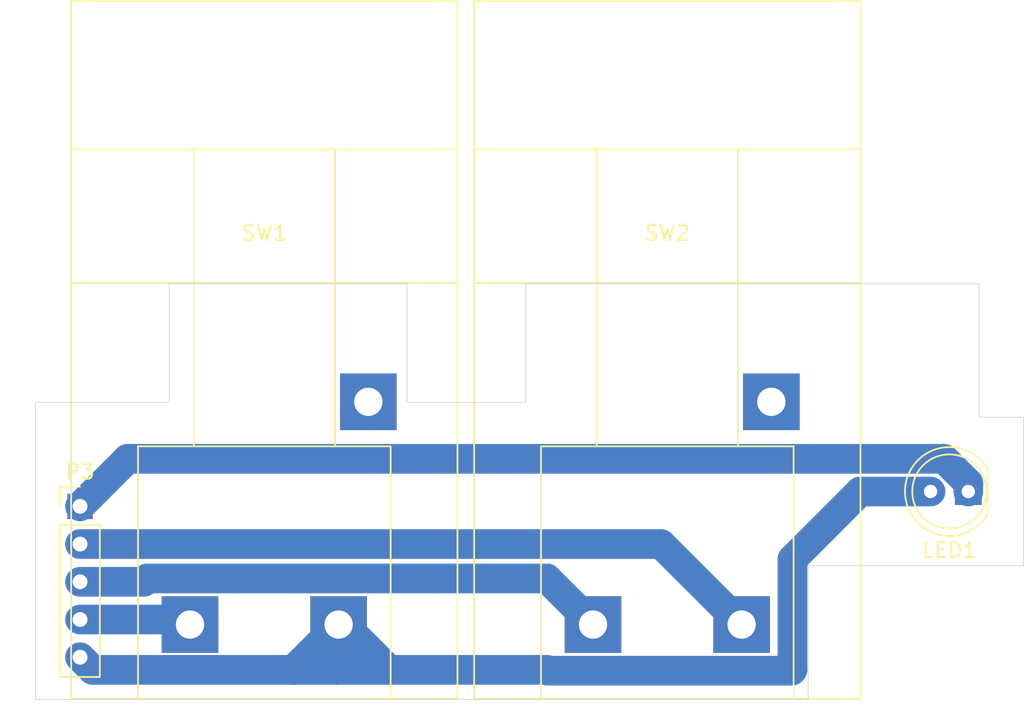
<source format=kicad_pcb>
(kicad_pcb (version 20211014) (generator pcbnew)
  (title_block (title "NES-CPU-11") (rev "11") (company "Nintendo Co., LTD") (comment 1 "Clean-Up by =Lockster=") (comment 2 "KiCad Schematic by Redherring32") (comment 3 "Reverse Engineered by Krzysiobal") (comment 4 "Forked and updated by NULL"))
  (layers (0 "F.Cu" signal) (31 "B.Cu" signal) (34 "B.Paste" user) (35 "F.Paste" user) (36 "B.SilkS" user "B.Silkscreen") (37 "F.SilkS" user "F.Silkscreen") (38 "B.Mask" user) (39 "F.Mask" user) (44 "Edge.Cuts" user))
  (net 0 "")
  (net 1 "Net-(LED1-Pad1)")
  (net 2 "Net-(LED1-Pad2)")
  (net 3 "Net-(P3-Pad1)")
  (net 4 "Net-(P3-Pad2)")
  (net 5 "Net-(P3-Pad4)")
  (net 6 "P3-Pad3")
  (footprint "Connector_PinHeader_2.54mm:PinHeader_1x05_P2.54mm_Vertical" (layer "F.Cu") (at 132.726865 104.6)
    (fp_text reference "P3" (at 0 -2.33) (layer "F.SilkS"))
    (fp_text value "PWR/RST OUT")
    (fp_line (start -1.33 0) (end -1.33 -1.33) (layer "F.SilkS") (width 0.12))
    (fp_line (start 1.33 1.27) (end 1.33 11.49) (layer "F.SilkS") (width 0.12))
    (fp_line (start -1.33 -1.33) (end 0 -1.33) (layer "F.SilkS") (width 0.12))
    (fp_line (start -1.33 1.27) (end -1.33 11.49) (layer "F.SilkS") (width 0.12))
    (fp_line (start -1.33 1.27) (end 1.33 1.27) (layer "F.SilkS") (width 0.12))
    (fp_line (start -1.33 11.49) (end 1.33 11.49) (layer "F.SilkS") (width 0.12))
    (pad "1" thru_hole rect (at 0 0) (size 1.7 1.7) (drill 1) (layers *.Cu *.Mask) (net 3 "Net-(P3-Pad1)"))
    (pad "2" thru_hole oval (at 0 2.54) (size 1.7 1.7) (drill 1) (layers *.Cu *.Mask) (net 4 "Net-(P3-Pad2)"))
    (pad "3" thru_hole oval (at 0 5.08) (size 1.7 1.7) (drill 1) (layers *.Cu *.Mask) (net 6 "P3-Pad3"))
    (pad "4" thru_hole oval (at 0 7.62) (size 1.7 1.7) (drill 1) (layers *.Cu *.Mask) (net 5 "Net-(P3-Pad4)"))
    (pad "5" thru_hole oval (at 0 10.16) (size 1.7 1.7) (drill 1) (layers *.Cu *.Mask) (net 1 "Net-(LED1-Pad1)"))
  )
  (footprint "LED_THT:LED_D5.0mm" (layer "F.Cu") (at 192.501865 103.6 180)
    (fp_text reference "LED1" (at 1.27 -3.96) (layer "F.SilkS"))
    (fp_text value "POWERLED")
    (fp_line (start -1.29 -1.545) (end -1.29 1.545) (layer "F.SilkS") (width 0.12))
    (fp_arc (start 4.26 -0.000462) (mid 2.072002 2.880433) (end -1.29 1.54483) (layer "F.SilkS") (width 0.12))
    (fp_arc (start -1.29 -1.54483) (mid 2.072002 -2.880433) (end 4.26 0.000462) (layer "F.SilkS") (width 0.12))
    (fp_circle (center 1.27 0) (end 3.77 0) (layer "F.SilkS") (width 0.12) (fill none))
    (pad "1" thru_hole rect (at 0 0 180) (size 1.8 1.8) (drill 0.9) (layers *.Cu *.Mask) (net 3 "Net-(P3-Pad1)"))
    (pad "2" thru_hole circle (at 2.54 0 180) (size 1.8 1.8) (drill 0.9) (layers *.Cu *.Mask) (net 2 "Net-(LED1-Pad2)"))
  )
  (footprint "NESRE:NES Switch" (layer "F.Cu") (at 145.126865 94.06)
    (fp_text reference "SW1" (at 0 -7.874 unlocked) (layer "F.SilkS"))
    (fp_text value "POWERSW")
    (fp_line (start -13 -13.5) (end -13 23.5) (layer "F.SilkS") (width 0.12))
    (fp_line (start -13 -23.5) (end 13 -23.5) (layer "F.SilkS") (width 0.12))
    (fp_line (start 4.75 6.5) (end 4.75 -13.5) (layer "F.SilkS") (width 0.12))
    (fp_line (start -13 23.5) (end 13 23.5) (layer "F.SilkS") (width 0.12))
    (fp_line (start -8.5 23.5) (end -8.5 6.5) (layer "F.SilkS") (width 0.12))
    (fp_line (start 13 -23.5) (end 13 -13.5) (layer "F.SilkS") (width 0.12))
    (fp_line (start -8.5 6.5) (end 8.5 6.5) (layer "F.SilkS") (width 0.12))
    (fp_line (start 8.5 23.5) (end 8.5 6.5) (layer "F.SilkS") (width 0.12))
    (fp_line (start -13 -13.5) (end 13 -13.5) (layer "F.SilkS") (width 0.12))
    (fp_line (start 13 -4.5) (end -13 -4.5) (layer "F.SilkS") (width 0.12))
    (fp_line (start 13 -13.5) (end 13 23.5) (layer "F.SilkS") (width 0.12))
    (fp_line (start -13 -23.5) (end -13 -13.5) (layer "F.SilkS") (width 0.12))
    (fp_line (start -4.75 6.5) (end -4.75 -13.5) (layer "F.SilkS") (width 0.12))
    (pad "1" thru_hole rect (at -5 18.5) (size 3.81 3.81) (drill 1.905) (layers *.Cu *.Mask) (net 5 "Net-(P3-Pad4)"))
    (pad "2" thru_hole rect (at 5 18.5) (size 3.81 3.81) (drill 1.905) (layers *.Cu *.Mask) (net 1 "Net-(LED1-Pad1)"))
    (pad "NC" thru_hole rect (at 7 3.5) (size 3.81 3.81) (drill 1.905) (layers *.Cu *.Mask))
  )
  (footprint "NESRE:NES Switch" (layer "F.Cu") (at 172.246865 94.06)
    (fp_text reference "SW2" (at 0 -7.874 unlocked) (layer "F.SilkS"))
    (fp_text value "RESETSW")
    (fp_line (start -13 -13.5) (end 13 -13.5) (layer "F.SilkS") (width 0.12))
    (fp_line (start 13 -23.5) (end 13 -13.5) (layer "F.SilkS") (width 0.12))
    (fp_line (start -8.5 6.5) (end 8.5 6.5) (layer "F.SilkS") (width 0.12))
    (fp_line (start 8.5 23.5) (end 8.5 6.5) (layer "F.SilkS") (width 0.12))
    (fp_line (start -13 -13.5) (end -13 23.5) (layer "F.SilkS") (width 0.12))
    (fp_line (start -8.5 23.5) (end -8.5 6.5) (layer "F.SilkS") (width 0.12))
    (fp_line (start 4.75 6.5) (end 4.75 -13.5) (layer "F.SilkS") (width 0.12))
    (fp_line (start -4.75 6.5) (end -4.75 -13.5) (layer "F.SilkS") (width 0.12))
    (fp_line (start -13 -23.5) (end 13 -23.5) (layer "F.SilkS") (width 0.12))
    (fp_line (start 13 -4.5) (end -13 -4.5) (layer "F.SilkS") (width 0.12))
    (fp_line (start -13 -23.5) (end -13 -13.5) (layer "F.SilkS") (width 0.12))
    (fp_line (start -13 23.5) (end 13 23.5) (layer "F.SilkS") (width 0.12))
    (fp_line (start 13 -13.5) (end 13 23.5) (layer "F.SilkS") (width 0.12))
    (pad "1" thru_hole rect (at -5 18.5) (size 3.81 3.81) (drill 1.905) (layers *.Cu *.Mask) (net 6 "P3-Pad3"))
    (pad "2" thru_hole rect (at 5 18.5) (size 3.81 3.81) (drill 1.905) (layers *.Cu *.Mask) (net 4 "Net-(P3-Pad2)"))
    (pad "NC" thru_hole rect (at 7 3.5) (size 3.81 3.81) (drill 1.905) (layers *.Cu *.Mask))
  )
  (gr_line (start 181.726865 108.6) (end 196.226865 108.6) (layer "Edge.Cuts") (width 0.05))
  (gr_line (start 129.726865 117.6) (end 129.726865 97.6) (layer "Edge.Cuts") (width 0.05))
  (gr_line (start 129.726865 97.6) (end 138.726865 97.6) (layer "Edge.Cuts") (width 0.05))
  (gr_line (start 162.726865 89.6) (end 193.226865 89.6) (layer "Edge.Cuts") (width 0.05))
  (gr_line (start 162.726865 97.6) (end 162.726865 89.6) (layer "Edge.Cuts") (width 0.05))
  (gr_line (start 138.726865 89.6) (end 154.726865 89.6) (layer "Edge.Cuts") (width 0.05))
  (gr_line (start 154.726865 89.6) (end 154.726865 97.6) (layer "Edge.Cuts") (width 0.05))
  (gr_line (start 193.226865 89.6) (end 193.226865 98.6) (layer "Edge.Cuts") (width 0.05))
  (gr_line (start 154.726865 97.6) (end 162.726865 97.6) (layer "Edge.Cuts") (width 0.05))
  (gr_line (start 196.226865 108.6) (end 196.226865 98.6) (layer "Edge.Cuts") (width 0.05))
  (gr_line (start 129.726865 117.6) (end 181.726865 117.6) (layer "Edge.Cuts") (width 0.05))
  (gr_line (start 138.726865 97.6) (end 138.726865 89.6) (layer "Edge.Cuts") (width 0.05))
  (gr_line (start 181.726865 117.6) (end 181.726865 108.6) (layer "Edge.Cuts") (width 0.05))
  (gr_line (start 193.226865 98.6) (end 196.226865 98.6) (layer "Edge.Cuts") (width 0.05))
  (segment (start 180.666865 115.61) (end 180.666865 108.160934) (width 2) (layer "B.Cu") (net 1))
  (segment (start 150.126865 115.5) (end 150.016865 115.61) (width 2) (layer "B.Cu") (net 1))
  (segment (start 164.196865 115.665) (end 180.611865 115.665) (width 2) (layer "B.Cu") (net 1))
  (segment (start 133.576865 115.61) (end 147.076865 115.61) (width 2) (layer "B.Cu") (net 1))
  (segment (start 185.227799 103.6) (end 189.961865 103.6) (width 2) (layer "B.Cu") (net 1))
  (segment (start 153.536865 115.61) (end 164.141865 115.61) (width 2) (layer "B.Cu") (net 1))
  (segment (start 132.726865 114.76) (end 133.576865 115.61) (width 2) (layer "B.Cu") (net 1))
  (segment (start 164.141865 115.61) (end 164.196865 115.665) (width 2) (layer "B.Cu") (net 1))
  (segment (start 150.016865 115.61) (end 153.536865 115.61) (width 2) (layer "B.Cu") (net 1))
  (segment (start 150.126865 112.56) (end 150.126865 115.5) (width 2) (layer "B.Cu") (net 1))
  (segment (start 150.486865 112.56) (end 153.536865 115.61) (width 2) (layer "B.Cu") (net 1))
  (segment (start 180.666865 108.160934) (end 185.227799 103.6) (width 2) (layer "B.Cu") (net 1))
  (segment (start 147.076865 115.61) (end 150.016865 115.61) (width 2) (layer "B.Cu") (net 1))
  (segment (start 150.126865 112.56) (end 150.486865 112.56) (width 2) (layer "B.Cu") (net 1))
  (segment (start 180.611865 115.665) (end 180.666865 115.61) (width 2) (layer "B.Cu") (net 1))
  (segment (start 147.076865 115.61) (end 150.126865 112.56) (width 2) (layer "B.Cu") (net 1))
  (segment (start 190.873135 101.4) (end 135.926865 101.4) (width 2) (layer "B.Cu") (net 3))
  (segment (start 192.501865 103.6) (end 192.501865 103.02873) (width 2) (layer "B.Cu") (net 3))
  (segment (start 135.926865 101.4) (end 132.726865 104.6) (width 2) (layer "B.Cu") (net 3))
  (segment (start 192.501865 103.02873) (end 190.873135 101.4) (width 2) (layer "B.Cu") (net 3))
  (segment (start 132.726865 107.14) (end 171.826865 107.14) (width 2) (layer "B.Cu") (net 4))
  (segment (start 171.826865 107.14) (end 177.246865 112.56) (width 2) (layer "B.Cu") (net 4))
  (segment (start 132.726865 112.22) (end 139.786865 112.22) (width 2) (layer "B.Cu") (net 5))
  (segment (start 139.786865 112.22) (end 140.126865 112.56) (width 0.25) (layer "B.Cu") (net 5))
  (segment (start 164.141865 109.455) (end 167.246865 112.56) (width 2) (layer "B.Cu") (net 6))
  (segment (start 132.726865 109.68) (end 137.021865 109.68) (width 2) (layer "B.Cu") (net 6))
  (segment (start 137.021865 109.68) (end 137.246865 109.455) (width 2) (layer "B.Cu") (net 6))
  (segment (start 137.246865 109.455) (end 164.141865 109.455) (width 2) (layer "B.Cu") (net 6))
)
</source>
